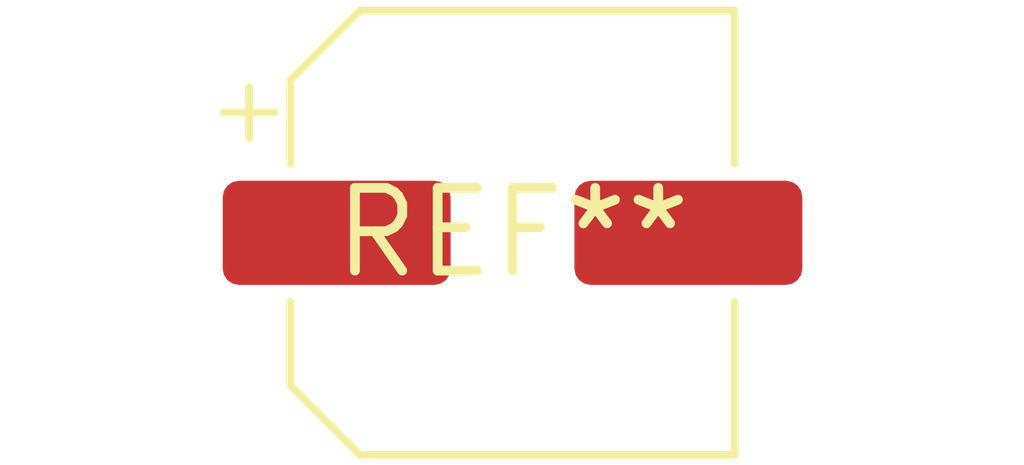
<source format=kicad_pcb>
(kicad_pcb (version 20240108) (generator pcbnew)
  (layers (0 "F.Cu" signal) (31 "B.Cu" signal) (34 "B.Paste" user) (35 "F.Paste" user) (36 "B.SilkS" user "B.Silkscreen") (37 "F.SilkS" user "F.Silkscreen") (38 "B.Mask" user) (39 "F.Mask" user) (44 "Edge.Cuts" user))
  (net 0 "")
  (footprint "CP_Elec_6.3x3.9" (layer "F.Cu") (at 0 0)
    (property "Reference" "REF**")
    (property "Value" "CP_Elec_6.3x3.9")
    (fp_line (start -4.4375 -1.8475) (end -3.65 -1.8475) (layer "F.SilkS") (stroke (width 0.12)))
    (fp_line (start -4.04375 -2.24125) (end -4.04375 -1.45375) (layer "F.SilkS") (stroke (width 0.12)))
    (fp_line (start -3.41 -2.345563) (end -3.41 -1.06) (layer "F.SilkS") (stroke (width 0.12)))
    (fp_line (start -3.41 -2.345563) (end -2.345563 -3.41) (layer "F.SilkS") (stroke (width 0.12)))
    (fp_line (start -3.41 2.345563) (end -3.41 1.06) (layer "F.SilkS") (stroke (width 0.12)))
    (fp_line (start -3.41 2.345563) (end -2.345563 3.41) (layer "F.SilkS") (stroke (width 0.12)))
    (fp_line (start -2.345563 -3.41) (end 3.41 -3.41) (layer "F.SilkS") (stroke (width 0.12)))
    (fp_line (start -2.345563 3.41) (end 3.41 3.41) (layer "F.SilkS") (stroke (width 0.12)))
    (fp_line (start 3.41 -3.41) (end 3.41 -1.06) (layer "F.SilkS") (stroke (width 0.12)))
    (fp_line (start 3.41 3.41) (end 3.41 1.06) (layer "F.SilkS") (stroke (width 0.12)))
    (pad "1" smd roundrect (at -2.7 0) (size 3.5 1.6) (layers "F.Cu" "F.Paste" "F.Mask") (roundrect_rratio 0.15625))
    (pad "2" smd roundrect (at 2.7 0) (size 3.5 1.6) (layers "F.Cu" "F.Paste" "F.Mask") (roundrect_rratio 0.15625))
  )
)
</source>
